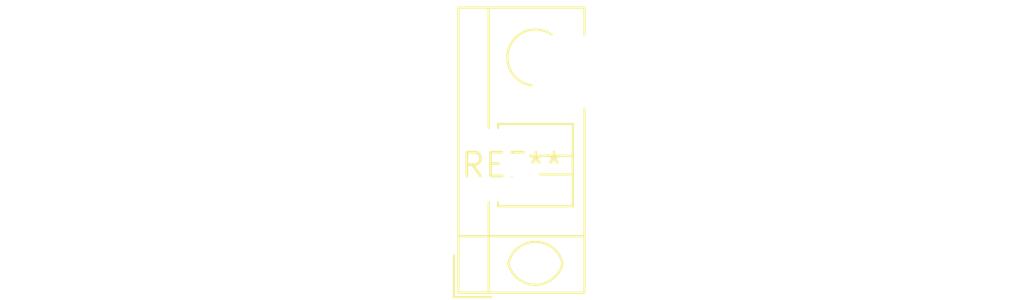
<source format=kicad_pcb>
(kicad_pcb (version 20240108) (generator pcbnew)
  (layers (0 "F.Cu" signal) (31 "B.Cu" signal) (34 "B.Paste" user) (35 "F.Paste" user) (36 "B.SilkS" user "B.Silkscreen") (37 "F.SilkS" user "F.Silkscreen") (38 "B.Mask" user) (39 "F.Mask" user) (44 "Edge.Cuts" user))
  (net 0 "")
  (footprint "TerminalBlock_WAGO_804-101_1x01_P5.00mm_45Degree" (layer "F.Cu") (at 0 0)
    (property "Reference" "REF**")
    (property "Value" "TerminalBlock_WAGO_804-101_1x01_P5.00mm_45Degree")
    (fp_line (start -3.11 4.82) (end -3.11 7.06) (layer "F.SilkS") (stroke (width 0.12)))
    (fp_line (start -3.11 7.06) (end -1.11 7.06) (layer "F.SilkS") (stroke (width 0.12)))
    (fp_line (start -2.87 -8.42) (end -2.87 6.82) (layer "F.SilkS") (stroke (width 0.12)))
    (fp_line (start -2.87 -8.42) (end 3.87 -8.42) (layer "F.SilkS") (stroke (width 0.12)))
    (fp_line (start -2.87 3.8) (end 3.87 3.8) (layer "F.SilkS") (stroke (width 0.12)))
    (fp_line (start -2.87 6.82) (end 3.87 6.82) (layer "F.SilkS") (stroke (width 0.12)))
    (fp_line (start -1.25 -8.42) (end -1.25 -1.98) (layer "F.SilkS") (stroke (width 0.12)))
    (fp_line (start -1.25 1.98) (end -1.25 6.82) (layer "F.SilkS") (stroke (width 0.12)))
    (fp_line (start -0.75 -2.2) (end -0.75 -1.98) (layer "F.SilkS") (stroke (width 0.12)))
    (fp_line (start -0.75 -2.2) (end 3.25 -2.2) (layer "F.SilkS") (stroke (width 0.12)))
    (fp_line (start -0.75 1.98) (end -0.75 2.2) (layer "F.SilkS") (stroke (width 0.12)))
    (fp_line (start -0.75 2.2) (end 3.25 2.2) (layer "F.SilkS") (stroke (width 0.12)))
    (fp_line (start 1.48 -0.5) (end 3.25 -0.5) (layer "F.SilkS") (stroke (width 0.12)))
    (fp_line (start 1.48 0.5) (end 3.25 0.5) (layer "F.SilkS") (stroke (width 0.12)))
    (fp_line (start 3.25 -2.2) (end 3.25 2.2) (layer "F.SilkS") (stroke (width 0.12)))
    (fp_line (start 3.25 -0.5) (end 3.25 0.5) (layer "F.SilkS") (stroke (width 0.12)))
    (fp_line (start 3.87 -8.42) (end 3.87 -6.98) (layer "F.SilkS") (stroke (width 0.12)))
    (fp_line (start 3.87 -3.02) (end 3.87 6.82) (layer "F.SilkS") (stroke (width 0.12)))
    (fp_arc (start -0.200865 5.250424) (mid 1.250296 4.099926) (end 2.701 5.251) (layer "F.SilkS") (stroke (width 0.12)))
    (fp_arc (start 1.040798 -4.264067) (mid -0.146039 -6.300306) (end 2.111 -6.979) (layer "F.SilkS") (stroke (width 0.12)))
    (fp_arc (start 2.7 5.25) (mid 1.250068 6.400101) (end -0.199969 5.250133) (layer "F.SilkS") (stroke (width 0.12)))
    (pad "1" thru_hole rect (at 0 0) (size 2 3) (drill 1.2) (layers *.Cu *.Mask) (remove_unused_layers))
    (pad "1" thru_hole rect (at 2.5 -5) (size 2 3) (drill 1.2) (layers *.Cu *.Mask) (remove_unused_layers))
  )
)
</source>
